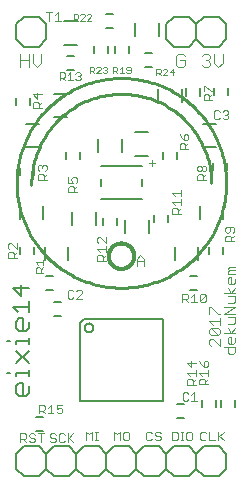
<source format=gto>
G75*
%MOIN*%
%OFA0B0*%
%FSLAX25Y25*%
%IPPOS*%
%LPD*%
%AMOC8*
5,1,8,0,0,1.08239X$1,22.5*
%
%ADD10C,0.00300*%
%ADD11C,0.00400*%
%ADD12C,0.01200*%
%ADD13C,0.00500*%
%ADD14C,0.00600*%
%ADD15C,0.01000*%
%ADD16C,0.00800*%
%ADD17C,0.00200*%
D10*
X0007450Y0015563D02*
X0007450Y0018466D01*
X0008901Y0018466D01*
X0009385Y0017982D01*
X0009385Y0017015D01*
X0008901Y0016531D01*
X0007450Y0016531D01*
X0008417Y0016531D02*
X0009385Y0015563D01*
X0010397Y0016047D02*
X0010880Y0015563D01*
X0011848Y0015563D01*
X0012331Y0016047D01*
X0012331Y0016531D01*
X0011848Y0017015D01*
X0010880Y0017015D01*
X0010397Y0017498D01*
X0010397Y0017982D01*
X0010880Y0018466D01*
X0011848Y0018466D01*
X0012331Y0017982D01*
X0013343Y0018466D02*
X0015278Y0018466D01*
X0014311Y0018466D02*
X0014311Y0015563D01*
X0017350Y0016047D02*
X0017834Y0015563D01*
X0018801Y0015563D01*
X0019285Y0016047D01*
X0019285Y0016531D01*
X0018801Y0017015D01*
X0017834Y0017015D01*
X0017350Y0017498D01*
X0017350Y0017982D01*
X0017834Y0018466D01*
X0018801Y0018466D01*
X0019285Y0017982D01*
X0020297Y0017982D02*
X0020297Y0016047D01*
X0020780Y0015563D01*
X0021748Y0015563D01*
X0022231Y0016047D01*
X0023243Y0015563D02*
X0023243Y0018466D01*
X0023727Y0017015D02*
X0025178Y0015563D01*
X0023243Y0016531D02*
X0025178Y0018466D01*
X0022231Y0017982D02*
X0021748Y0018466D01*
X0020780Y0018466D01*
X0020297Y0017982D01*
X0020027Y0025113D02*
X0019543Y0025597D01*
X0020027Y0025113D02*
X0020994Y0025113D01*
X0021478Y0025597D01*
X0021478Y0026565D01*
X0020994Y0027048D01*
X0020511Y0027048D01*
X0019543Y0026565D01*
X0019543Y0028016D01*
X0021478Y0028016D01*
X0018531Y0025113D02*
X0016597Y0025113D01*
X0017564Y0025113D02*
X0017564Y0028016D01*
X0016597Y0027048D01*
X0015585Y0026565D02*
X0015101Y0026081D01*
X0013650Y0026081D01*
X0014617Y0026081D02*
X0015585Y0025113D01*
X0015585Y0026565D02*
X0015585Y0027532D01*
X0015101Y0028016D01*
X0013650Y0028016D01*
X0013650Y0025113D01*
X0029350Y0019066D02*
X0029350Y0016163D01*
X0030317Y0018098D02*
X0029350Y0019066D01*
X0030317Y0018098D02*
X0031285Y0019066D01*
X0031285Y0016163D01*
X0032297Y0016163D02*
X0033264Y0016163D01*
X0032780Y0016163D02*
X0032780Y0019066D01*
X0032297Y0019066D02*
X0033264Y0019066D01*
X0038850Y0019066D02*
X0038850Y0016163D01*
X0039817Y0018098D02*
X0038850Y0019066D01*
X0039817Y0018098D02*
X0040785Y0019066D01*
X0040785Y0016163D01*
X0041797Y0016647D02*
X0041797Y0018582D01*
X0042280Y0019066D01*
X0043248Y0019066D01*
X0043731Y0018582D01*
X0043731Y0016647D01*
X0043248Y0016163D01*
X0042280Y0016163D01*
X0041797Y0016647D01*
X0049350Y0016647D02*
X0049834Y0016163D01*
X0050801Y0016163D01*
X0051285Y0016647D01*
X0051285Y0018582D02*
X0050801Y0019066D01*
X0049834Y0019066D01*
X0049350Y0018582D01*
X0049350Y0016647D01*
X0052297Y0016647D02*
X0052780Y0016163D01*
X0053748Y0016163D01*
X0054231Y0016647D01*
X0054231Y0017131D01*
X0053748Y0017615D01*
X0052780Y0017615D01*
X0052297Y0018098D01*
X0052297Y0018582D01*
X0052780Y0019066D01*
X0053748Y0019066D01*
X0054231Y0018582D01*
X0057950Y0019066D02*
X0057950Y0016163D01*
X0059401Y0016163D01*
X0059885Y0016647D01*
X0059885Y0018582D01*
X0059401Y0019066D01*
X0057950Y0019066D01*
X0060897Y0019066D02*
X0061864Y0019066D01*
X0061380Y0019066D02*
X0061380Y0016163D01*
X0060897Y0016163D02*
X0061864Y0016163D01*
X0062861Y0016647D02*
X0062861Y0018582D01*
X0063345Y0019066D01*
X0064312Y0019066D01*
X0064796Y0018582D01*
X0064796Y0016647D01*
X0064312Y0016163D01*
X0063345Y0016163D01*
X0062861Y0016647D01*
X0067450Y0016647D02*
X0067934Y0016163D01*
X0068901Y0016163D01*
X0069385Y0016647D01*
X0070397Y0016163D02*
X0070397Y0019066D01*
X0069385Y0018582D02*
X0068901Y0019066D01*
X0067934Y0019066D01*
X0067450Y0018582D01*
X0067450Y0016647D01*
X0070397Y0016163D02*
X0072331Y0016163D01*
X0073343Y0016163D02*
X0073343Y0019066D01*
X0073827Y0017615D02*
X0075278Y0016163D01*
X0073343Y0017131D02*
X0075278Y0019066D01*
X0066431Y0029313D02*
X0064497Y0029313D01*
X0063485Y0029797D02*
X0063001Y0029313D01*
X0062034Y0029313D01*
X0061550Y0029797D01*
X0061550Y0031732D01*
X0062034Y0032216D01*
X0063001Y0032216D01*
X0063485Y0031732D01*
X0064497Y0031248D02*
X0065464Y0032216D01*
X0065464Y0029313D01*
X0065900Y0034663D02*
X0062998Y0034663D01*
X0062998Y0036115D01*
X0063481Y0036598D01*
X0064449Y0036598D01*
X0064933Y0036115D01*
X0064933Y0034663D01*
X0064933Y0035631D02*
X0065900Y0036598D01*
X0065900Y0037610D02*
X0065900Y0039545D01*
X0065900Y0038577D02*
X0062998Y0038577D01*
X0063965Y0037610D01*
X0064449Y0040556D02*
X0064449Y0042491D01*
X0065900Y0042008D02*
X0062998Y0042008D01*
X0064449Y0040556D01*
X0067198Y0038677D02*
X0070100Y0038677D01*
X0070100Y0037710D02*
X0070100Y0039645D01*
X0069616Y0040656D02*
X0070100Y0041140D01*
X0070100Y0042108D01*
X0069616Y0042591D01*
X0069133Y0042591D01*
X0068649Y0042108D01*
X0068649Y0040656D01*
X0069616Y0040656D01*
X0068649Y0040656D02*
X0067681Y0041624D01*
X0067198Y0042591D01*
X0067198Y0038677D02*
X0068165Y0037710D01*
X0067681Y0036698D02*
X0068649Y0036698D01*
X0069133Y0036215D01*
X0069133Y0034763D01*
X0070100Y0034763D02*
X0067198Y0034763D01*
X0067198Y0036215D01*
X0067681Y0036698D01*
X0069133Y0035731D02*
X0070100Y0036698D01*
X0071031Y0047667D02*
X0070447Y0048251D01*
X0070447Y0049419D01*
X0071031Y0050003D01*
X0071615Y0050003D01*
X0073950Y0047667D01*
X0073950Y0050003D01*
X0073366Y0051166D02*
X0071031Y0053502D01*
X0073366Y0053502D01*
X0073950Y0052918D01*
X0073950Y0051750D01*
X0073366Y0051166D01*
X0071031Y0051166D01*
X0070447Y0051750D01*
X0070447Y0052918D01*
X0071031Y0053502D01*
X0071615Y0054665D02*
X0070447Y0055833D01*
X0073950Y0055833D01*
X0073950Y0054665D02*
X0073950Y0057001D01*
X0073950Y0058164D02*
X0073366Y0058164D01*
X0071031Y0060500D01*
X0070447Y0060500D01*
X0070447Y0058164D01*
X0068771Y0062121D02*
X0067803Y0062121D01*
X0067319Y0062605D01*
X0069254Y0064540D01*
X0069254Y0062605D01*
X0068771Y0062121D01*
X0069254Y0064540D02*
X0068771Y0065024D01*
X0067803Y0065024D01*
X0067319Y0064540D01*
X0067319Y0062605D01*
X0066308Y0062121D02*
X0064373Y0062121D01*
X0065340Y0062121D02*
X0065340Y0065024D01*
X0064373Y0064056D01*
X0063361Y0063572D02*
X0062878Y0063089D01*
X0061426Y0063089D01*
X0061426Y0062121D02*
X0061426Y0065024D01*
X0062878Y0065024D01*
X0063361Y0064540D01*
X0063361Y0063572D01*
X0062394Y0063089D02*
X0063361Y0062121D01*
X0075447Y0060587D02*
X0078950Y0060587D01*
X0075447Y0058252D01*
X0078950Y0058252D01*
X0078950Y0057088D02*
X0076615Y0057088D01*
X0076615Y0054753D02*
X0078366Y0054753D01*
X0078950Y0055336D01*
X0078950Y0057088D01*
X0078950Y0053588D02*
X0077782Y0051837D01*
X0076615Y0053588D01*
X0075447Y0051837D02*
X0078950Y0051837D01*
X0078950Y0050089D02*
X0078950Y0048922D01*
X0078366Y0048338D01*
X0077199Y0048338D01*
X0076615Y0048922D01*
X0076615Y0050089D01*
X0077199Y0050673D01*
X0077782Y0050673D01*
X0077782Y0048338D01*
X0076615Y0047174D02*
X0076615Y0045423D01*
X0077199Y0044839D01*
X0078366Y0044839D01*
X0078950Y0045423D01*
X0078950Y0047174D01*
X0075447Y0047174D01*
X0076615Y0061751D02*
X0078366Y0061751D01*
X0078950Y0062334D01*
X0078950Y0064086D01*
X0076615Y0064086D01*
X0077782Y0065250D02*
X0076615Y0067001D01*
X0077199Y0068165D02*
X0076615Y0068749D01*
X0076615Y0069917D01*
X0077199Y0070501D01*
X0077782Y0070501D01*
X0077782Y0068165D01*
X0077199Y0068165D02*
X0078366Y0068165D01*
X0078950Y0068749D01*
X0078950Y0069917D01*
X0078950Y0071664D02*
X0076615Y0071664D01*
X0076615Y0072248D01*
X0077199Y0072832D01*
X0076615Y0073416D01*
X0077199Y0074000D01*
X0078950Y0074000D01*
X0078950Y0072832D02*
X0077199Y0072832D01*
X0078950Y0067001D02*
X0077782Y0065250D01*
X0078950Y0065250D02*
X0075447Y0065250D01*
X0075864Y0082467D02*
X0075864Y0083918D01*
X0076347Y0084402D01*
X0077315Y0084402D01*
X0077799Y0083918D01*
X0077799Y0082467D01*
X0077799Y0083434D02*
X0078766Y0084402D01*
X0078282Y0085413D02*
X0078766Y0085897D01*
X0078766Y0086864D01*
X0078282Y0087348D01*
X0076347Y0087348D01*
X0075864Y0086864D01*
X0075864Y0085897D01*
X0076347Y0085413D01*
X0076831Y0085413D01*
X0077315Y0085897D01*
X0077315Y0087348D01*
X0078766Y0082467D02*
X0075864Y0082467D01*
X0069366Y0102826D02*
X0066464Y0102826D01*
X0066464Y0104277D01*
X0066947Y0104761D01*
X0067915Y0104761D01*
X0068399Y0104277D01*
X0068399Y0102826D01*
X0068399Y0103793D02*
X0069366Y0104761D01*
X0068882Y0105772D02*
X0068399Y0105772D01*
X0067915Y0106256D01*
X0067915Y0107223D01*
X0068399Y0107707D01*
X0068882Y0107707D01*
X0069366Y0107223D01*
X0069366Y0106256D01*
X0068882Y0105772D01*
X0067915Y0106256D02*
X0067431Y0105772D01*
X0066947Y0105772D01*
X0066464Y0106256D01*
X0066464Y0107223D01*
X0066947Y0107707D01*
X0067431Y0107707D01*
X0067915Y0107223D01*
X0063482Y0113284D02*
X0060579Y0113284D01*
X0060579Y0114735D01*
X0061063Y0115219D01*
X0062031Y0115219D01*
X0062514Y0114735D01*
X0062514Y0113284D01*
X0062514Y0114251D02*
X0063482Y0115219D01*
X0062998Y0116230D02*
X0063482Y0116714D01*
X0063482Y0117681D01*
X0062998Y0118165D01*
X0062514Y0118165D01*
X0062031Y0117681D01*
X0062031Y0116230D01*
X0062998Y0116230D01*
X0062031Y0116230D02*
X0061063Y0117198D01*
X0060579Y0118165D01*
X0068556Y0129526D02*
X0068556Y0130977D01*
X0069040Y0131461D01*
X0070007Y0131461D01*
X0070491Y0130977D01*
X0070491Y0129526D01*
X0071458Y0129526D02*
X0068556Y0129526D01*
X0068556Y0132473D02*
X0068556Y0134408D01*
X0069040Y0134408D01*
X0070975Y0132473D01*
X0071458Y0132473D01*
X0071458Y0131461D02*
X0070491Y0130494D01*
X0072434Y0126116D02*
X0071950Y0125632D01*
X0071950Y0123697D01*
X0072434Y0123213D01*
X0073401Y0123213D01*
X0073885Y0123697D01*
X0074897Y0123697D02*
X0075380Y0123213D01*
X0076348Y0123213D01*
X0076831Y0123697D01*
X0076831Y0124181D01*
X0076348Y0124665D01*
X0075864Y0124665D01*
X0076348Y0124665D02*
X0076831Y0125148D01*
X0076831Y0125632D01*
X0076348Y0126116D01*
X0075380Y0126116D01*
X0074897Y0125632D01*
X0073885Y0125632D02*
X0073401Y0126116D01*
X0072434Y0126116D01*
X0060900Y0099491D02*
X0060900Y0097556D01*
X0060900Y0098524D02*
X0057998Y0098524D01*
X0058965Y0097556D01*
X0057998Y0095577D02*
X0060900Y0095577D01*
X0060900Y0094610D02*
X0060900Y0096545D01*
X0058965Y0094610D02*
X0057998Y0095577D01*
X0058481Y0093598D02*
X0059449Y0093598D01*
X0059933Y0093115D01*
X0059933Y0091663D01*
X0060900Y0091663D02*
X0057998Y0091663D01*
X0057998Y0093115D01*
X0058481Y0093598D01*
X0059933Y0092631D02*
X0060900Y0093598D01*
X0052385Y0108615D02*
X0050450Y0108615D01*
X0051417Y0109582D02*
X0051417Y0107647D01*
X0047501Y0077867D02*
X0048736Y0076632D01*
X0048736Y0074163D01*
X0048736Y0076015D02*
X0046267Y0076015D01*
X0046267Y0076632D02*
X0047501Y0077867D01*
X0046267Y0076632D02*
X0046267Y0074163D01*
X0035900Y0076063D02*
X0032998Y0076063D01*
X0032998Y0077515D01*
X0033481Y0077998D01*
X0034449Y0077998D01*
X0034933Y0077515D01*
X0034933Y0076063D01*
X0034933Y0077031D02*
X0035900Y0077998D01*
X0035900Y0079010D02*
X0035900Y0080945D01*
X0035900Y0079977D02*
X0032998Y0079977D01*
X0033965Y0079010D01*
X0033481Y0081956D02*
X0032998Y0082440D01*
X0032998Y0083408D01*
X0033481Y0083891D01*
X0033965Y0083891D01*
X0035900Y0081956D01*
X0035900Y0083891D01*
X0027648Y0066316D02*
X0026680Y0066316D01*
X0026197Y0065832D01*
X0025185Y0065832D02*
X0024701Y0066316D01*
X0023734Y0066316D01*
X0023250Y0065832D01*
X0023250Y0063897D01*
X0023734Y0063413D01*
X0024701Y0063413D01*
X0025185Y0063897D01*
X0026197Y0063413D02*
X0028131Y0065348D01*
X0028131Y0065832D01*
X0027648Y0066316D01*
X0028131Y0063413D02*
X0026197Y0063413D01*
X0026378Y0098884D02*
X0023475Y0098884D01*
X0023475Y0100335D01*
X0023959Y0100819D01*
X0024927Y0100819D01*
X0025410Y0100335D01*
X0025410Y0098884D01*
X0025410Y0099851D02*
X0026378Y0100819D01*
X0025894Y0101830D02*
X0026378Y0102314D01*
X0026378Y0103281D01*
X0025894Y0103765D01*
X0024927Y0103765D01*
X0024443Y0103281D01*
X0024443Y0102798D01*
X0024927Y0101830D01*
X0023475Y0101830D01*
X0023475Y0103765D01*
X0016274Y0103026D02*
X0013372Y0103026D01*
X0013372Y0104477D01*
X0013855Y0104961D01*
X0014823Y0104961D01*
X0015307Y0104477D01*
X0015307Y0103026D01*
X0015307Y0103993D02*
X0016274Y0104961D01*
X0015790Y0105972D02*
X0016274Y0106456D01*
X0016274Y0107423D01*
X0015790Y0107907D01*
X0015307Y0107907D01*
X0014823Y0107423D01*
X0014823Y0106940D01*
X0014823Y0107423D02*
X0014339Y0107907D01*
X0013855Y0107907D01*
X0013372Y0107423D01*
X0013372Y0106456D01*
X0013855Y0105972D01*
X0013591Y0127067D02*
X0013591Y0128519D01*
X0013107Y0129002D01*
X0012140Y0129002D01*
X0011656Y0128519D01*
X0011656Y0127067D01*
X0014558Y0127067D01*
X0013591Y0128035D02*
X0014558Y0129002D01*
X0013107Y0130014D02*
X0013107Y0131949D01*
X0011656Y0131465D02*
X0013107Y0130014D01*
X0014558Y0131465D02*
X0011656Y0131465D01*
X0017140Y0155981D02*
X0017140Y0158884D01*
X0016173Y0158884D02*
X0018108Y0158884D01*
X0019119Y0157916D02*
X0020087Y0158884D01*
X0020087Y0155981D01*
X0021054Y0155981D02*
X0019119Y0155981D01*
X0006274Y0081848D02*
X0006274Y0079913D01*
X0004339Y0081848D01*
X0003855Y0081848D01*
X0003372Y0081364D01*
X0003372Y0080397D01*
X0003855Y0079913D01*
X0003855Y0078902D02*
X0004823Y0078902D01*
X0005307Y0078418D01*
X0005307Y0076967D01*
X0005307Y0077934D02*
X0006274Y0078902D01*
X0006274Y0076967D02*
X0003372Y0076967D01*
X0003372Y0078418D01*
X0003855Y0078902D01*
D11*
X0007500Y0140713D02*
X0007500Y0144817D01*
X0007500Y0142765D02*
X0010236Y0142765D01*
X0010236Y0144817D02*
X0010236Y0140713D01*
X0011644Y0142081D02*
X0011644Y0144817D01*
X0011644Y0142081D02*
X0013011Y0140713D01*
X0014379Y0142081D01*
X0014379Y0144817D01*
X0059500Y0144133D02*
X0059500Y0141397D01*
X0060184Y0140713D01*
X0061552Y0140713D01*
X0062236Y0141397D01*
X0062236Y0142765D01*
X0060868Y0142765D01*
X0062236Y0144133D02*
X0061552Y0144817D01*
X0060184Y0144817D01*
X0059500Y0144133D01*
X0068000Y0144133D02*
X0068684Y0144817D01*
X0070052Y0144817D01*
X0070736Y0144133D01*
X0070736Y0143449D01*
X0070052Y0142765D01*
X0070736Y0142081D01*
X0070736Y0141397D01*
X0070052Y0140713D01*
X0068684Y0140713D01*
X0068000Y0141397D01*
X0069368Y0142765D02*
X0070052Y0142765D01*
X0072144Y0142081D02*
X0073511Y0140713D01*
X0074879Y0142081D01*
X0074879Y0144817D01*
X0072144Y0144817D02*
X0072144Y0142081D01*
D12*
X0036957Y0077513D02*
X0036959Y0077643D01*
X0036965Y0077773D01*
X0036975Y0077903D01*
X0036989Y0078032D01*
X0037007Y0078161D01*
X0037029Y0078289D01*
X0037054Y0078416D01*
X0037084Y0078543D01*
X0037117Y0078669D01*
X0037155Y0078793D01*
X0037196Y0078917D01*
X0037241Y0079039D01*
X0037289Y0079159D01*
X0037342Y0079278D01*
X0037398Y0079396D01*
X0037457Y0079511D01*
X0037520Y0079625D01*
X0037587Y0079737D01*
X0037656Y0079847D01*
X0037730Y0079954D01*
X0037806Y0080059D01*
X0037886Y0080162D01*
X0037968Y0080262D01*
X0038054Y0080360D01*
X0038143Y0080455D01*
X0038234Y0080548D01*
X0038329Y0080637D01*
X0038426Y0080724D01*
X0038526Y0080807D01*
X0038628Y0080887D01*
X0038732Y0080965D01*
X0038839Y0081039D01*
X0038948Y0081109D01*
X0039060Y0081177D01*
X0039173Y0081241D01*
X0039288Y0081301D01*
X0039405Y0081358D01*
X0039524Y0081411D01*
X0039644Y0081460D01*
X0039766Y0081506D01*
X0039889Y0081548D01*
X0040013Y0081587D01*
X0040139Y0081621D01*
X0040265Y0081652D01*
X0040392Y0081678D01*
X0040520Y0081701D01*
X0040649Y0081720D01*
X0040778Y0081735D01*
X0040908Y0081746D01*
X0041037Y0081753D01*
X0041167Y0081756D01*
X0041298Y0081755D01*
X0041427Y0081750D01*
X0041557Y0081741D01*
X0041687Y0081728D01*
X0041816Y0081711D01*
X0041944Y0081690D01*
X0042072Y0081666D01*
X0042198Y0081637D01*
X0042324Y0081604D01*
X0042449Y0081568D01*
X0042573Y0081528D01*
X0042695Y0081484D01*
X0042816Y0081436D01*
X0042936Y0081385D01*
X0043054Y0081330D01*
X0043170Y0081271D01*
X0043284Y0081209D01*
X0043396Y0081143D01*
X0043506Y0081074D01*
X0043614Y0081002D01*
X0043720Y0080926D01*
X0043824Y0080848D01*
X0043925Y0080766D01*
X0044023Y0080681D01*
X0044119Y0080593D01*
X0044212Y0080502D01*
X0044302Y0080408D01*
X0044389Y0080312D01*
X0044473Y0080213D01*
X0044555Y0080111D01*
X0044633Y0080007D01*
X0044707Y0079901D01*
X0044779Y0079792D01*
X0044847Y0079681D01*
X0044912Y0079568D01*
X0044973Y0079454D01*
X0045031Y0079337D01*
X0045085Y0079219D01*
X0045135Y0079099D01*
X0045182Y0078978D01*
X0045225Y0078855D01*
X0045264Y0078731D01*
X0045300Y0078606D01*
X0045331Y0078480D01*
X0045359Y0078353D01*
X0045383Y0078225D01*
X0045403Y0078096D01*
X0045419Y0077967D01*
X0045431Y0077838D01*
X0045439Y0077708D01*
X0045443Y0077578D01*
X0045443Y0077448D01*
X0045439Y0077318D01*
X0045431Y0077188D01*
X0045419Y0077059D01*
X0045403Y0076930D01*
X0045383Y0076801D01*
X0045359Y0076673D01*
X0045331Y0076546D01*
X0045300Y0076420D01*
X0045264Y0076295D01*
X0045225Y0076171D01*
X0045182Y0076048D01*
X0045135Y0075927D01*
X0045085Y0075807D01*
X0045031Y0075689D01*
X0044973Y0075572D01*
X0044912Y0075458D01*
X0044847Y0075345D01*
X0044779Y0075234D01*
X0044707Y0075125D01*
X0044633Y0075019D01*
X0044555Y0074915D01*
X0044473Y0074813D01*
X0044389Y0074714D01*
X0044302Y0074618D01*
X0044212Y0074524D01*
X0044119Y0074433D01*
X0044023Y0074345D01*
X0043925Y0074260D01*
X0043824Y0074178D01*
X0043720Y0074100D01*
X0043614Y0074024D01*
X0043506Y0073952D01*
X0043396Y0073883D01*
X0043284Y0073817D01*
X0043170Y0073755D01*
X0043054Y0073696D01*
X0042936Y0073641D01*
X0042816Y0073590D01*
X0042695Y0073542D01*
X0042573Y0073498D01*
X0042449Y0073458D01*
X0042324Y0073422D01*
X0042198Y0073389D01*
X0042072Y0073360D01*
X0041944Y0073336D01*
X0041816Y0073315D01*
X0041687Y0073298D01*
X0041557Y0073285D01*
X0041427Y0073276D01*
X0041298Y0073271D01*
X0041167Y0073270D01*
X0041037Y0073273D01*
X0040908Y0073280D01*
X0040778Y0073291D01*
X0040649Y0073306D01*
X0040520Y0073325D01*
X0040392Y0073348D01*
X0040265Y0073374D01*
X0040139Y0073405D01*
X0040013Y0073439D01*
X0039889Y0073478D01*
X0039766Y0073520D01*
X0039644Y0073566D01*
X0039524Y0073615D01*
X0039405Y0073668D01*
X0039288Y0073725D01*
X0039173Y0073785D01*
X0039060Y0073849D01*
X0038948Y0073917D01*
X0038839Y0073987D01*
X0038732Y0074061D01*
X0038628Y0074139D01*
X0038526Y0074219D01*
X0038426Y0074302D01*
X0038329Y0074389D01*
X0038234Y0074478D01*
X0038143Y0074571D01*
X0038054Y0074666D01*
X0037968Y0074764D01*
X0037886Y0074864D01*
X0037806Y0074967D01*
X0037730Y0075072D01*
X0037656Y0075179D01*
X0037587Y0075289D01*
X0037520Y0075401D01*
X0037457Y0075515D01*
X0037398Y0075630D01*
X0037342Y0075748D01*
X0037289Y0075867D01*
X0037241Y0075987D01*
X0037196Y0076109D01*
X0037155Y0076233D01*
X0037117Y0076357D01*
X0037084Y0076483D01*
X0037054Y0076610D01*
X0037029Y0076737D01*
X0037007Y0076865D01*
X0036989Y0076994D01*
X0036975Y0077123D01*
X0036965Y0077253D01*
X0036959Y0077383D01*
X0036957Y0077513D01*
D13*
X0034280Y0096427D02*
X0048060Y0096427D01*
X0048060Y0100757D02*
X0048060Y0103120D01*
X0048060Y0107450D02*
X0034280Y0107450D01*
X0034280Y0103120D02*
X0034280Y0100757D01*
X0010450Y0067040D02*
X0004945Y0067040D01*
X0007698Y0064288D01*
X0007698Y0067958D01*
X0010450Y0062433D02*
X0010450Y0058763D01*
X0010450Y0060598D02*
X0004945Y0060598D01*
X0006780Y0058763D01*
D14*
X0006170Y0011600D02*
X0006170Y0006600D01*
X0008670Y0004100D01*
X0013670Y0004100D01*
X0016170Y0006600D01*
X0018670Y0004100D01*
X0023670Y0004100D01*
X0026170Y0006600D01*
X0026170Y0011600D01*
X0023670Y0014100D01*
X0018670Y0014100D01*
X0016170Y0011600D01*
X0016170Y0006600D01*
X0016170Y0011600D02*
X0013670Y0014100D01*
X0008670Y0014100D01*
X0006170Y0011600D01*
X0012619Y0019151D02*
X0014981Y0019151D01*
X0014981Y0023876D02*
X0012619Y0023876D01*
X0009332Y0031013D02*
X0007197Y0031013D01*
X0006130Y0032081D01*
X0006130Y0034216D01*
X0007197Y0035284D01*
X0008265Y0035284D01*
X0008265Y0031013D01*
X0009332Y0031013D02*
X0010400Y0032081D01*
X0010400Y0034216D01*
X0010400Y0037459D02*
X0010400Y0039594D01*
X0010400Y0038526D02*
X0006130Y0038526D01*
X0006130Y0037459D01*
X0006130Y0041756D02*
X0010400Y0046026D01*
X0010400Y0048201D02*
X0010400Y0050337D01*
X0010400Y0049269D02*
X0006130Y0049269D01*
X0006130Y0048201D01*
X0006130Y0046026D02*
X0010400Y0041756D01*
X0009332Y0052498D02*
X0007197Y0052498D01*
X0006130Y0053566D01*
X0006130Y0055701D01*
X0007197Y0056769D01*
X0008265Y0056769D01*
X0008265Y0052498D01*
X0009332Y0052498D02*
X0010400Y0053566D01*
X0010400Y0055701D01*
X0015902Y0066159D02*
X0018265Y0066159D01*
X0018619Y0062376D02*
X0020981Y0062376D01*
X0020981Y0057651D02*
X0018619Y0057651D01*
X0018265Y0070883D02*
X0015902Y0070883D01*
X0012036Y0078135D02*
X0012036Y0080498D01*
X0007312Y0080498D02*
X0007312Y0078135D01*
X0007312Y0104694D02*
X0007312Y0107057D01*
X0012036Y0107057D02*
X0012036Y0104694D01*
X0022560Y0109919D02*
X0022560Y0112281D01*
X0027284Y0112281D02*
X0027284Y0109919D01*
X0034938Y0090194D02*
X0034938Y0087832D01*
X0039662Y0087832D02*
X0039662Y0090194D01*
X0051938Y0091194D02*
X0051938Y0088832D01*
X0056662Y0088832D02*
X0056662Y0091194D01*
X0055056Y0109919D02*
X0055056Y0112281D01*
X0059780Y0112281D02*
X0059780Y0109919D01*
X0062580Y0131076D02*
X0062580Y0133439D01*
X0067304Y0133439D02*
X0067304Y0131076D01*
X0071938Y0131332D02*
X0071938Y0133694D01*
X0076662Y0133694D02*
X0076662Y0131332D01*
X0073670Y0147407D02*
X0068670Y0147407D01*
X0066170Y0149907D01*
X0063670Y0147407D01*
X0058670Y0147407D01*
X0056170Y0149907D01*
X0056170Y0154907D01*
X0058670Y0157407D01*
X0063670Y0157407D01*
X0066170Y0154907D01*
X0068670Y0157407D01*
X0073670Y0157407D01*
X0076170Y0154907D01*
X0076170Y0149907D01*
X0073670Y0147407D01*
X0066170Y0149907D02*
X0066170Y0154907D01*
X0051481Y0145376D02*
X0049119Y0145376D01*
X0049119Y0140651D02*
X0051481Y0140651D01*
X0043662Y0145332D02*
X0043662Y0147694D01*
X0038938Y0147694D02*
X0038938Y0145332D01*
X0036662Y0145332D02*
X0036662Y0147694D01*
X0036119Y0153651D02*
X0038481Y0153651D01*
X0038481Y0158376D02*
X0036119Y0158376D01*
X0031938Y0147694D02*
X0031938Y0145332D01*
X0025481Y0144376D02*
X0023119Y0144376D01*
X0023119Y0139651D02*
X0025481Y0139651D01*
X0016170Y0149907D02*
X0013670Y0147407D01*
X0008670Y0147407D01*
X0006170Y0149907D01*
X0006170Y0154907D01*
X0008670Y0157407D01*
X0013670Y0157407D01*
X0016170Y0154907D01*
X0016170Y0149907D01*
X0010804Y0130191D02*
X0010804Y0127828D01*
X0006080Y0127828D02*
X0006080Y0130191D01*
X0028769Y0056683D02*
X0027371Y0055285D01*
X0027371Y0029084D01*
X0054969Y0029084D01*
X0054969Y0056683D01*
X0028769Y0056683D01*
X0028956Y0053683D02*
X0028958Y0053758D01*
X0028964Y0053832D01*
X0028974Y0053906D01*
X0028987Y0053979D01*
X0029005Y0054052D01*
X0029026Y0054123D01*
X0029051Y0054194D01*
X0029080Y0054263D01*
X0029113Y0054330D01*
X0029149Y0054395D01*
X0029188Y0054459D01*
X0029230Y0054520D01*
X0029276Y0054579D01*
X0029325Y0054636D01*
X0029377Y0054689D01*
X0029431Y0054740D01*
X0029488Y0054789D01*
X0029548Y0054833D01*
X0029610Y0054875D01*
X0029674Y0054914D01*
X0029740Y0054949D01*
X0029807Y0054980D01*
X0029877Y0055008D01*
X0029947Y0055032D01*
X0030019Y0055053D01*
X0030092Y0055069D01*
X0030165Y0055082D01*
X0030240Y0055091D01*
X0030314Y0055096D01*
X0030389Y0055097D01*
X0030463Y0055094D01*
X0030538Y0055087D01*
X0030611Y0055076D01*
X0030685Y0055062D01*
X0030757Y0055043D01*
X0030828Y0055021D01*
X0030898Y0054995D01*
X0030967Y0054965D01*
X0031033Y0054932D01*
X0031098Y0054895D01*
X0031161Y0054855D01*
X0031222Y0054811D01*
X0031280Y0054765D01*
X0031336Y0054715D01*
X0031389Y0054663D01*
X0031440Y0054608D01*
X0031487Y0054550D01*
X0031531Y0054490D01*
X0031572Y0054427D01*
X0031610Y0054363D01*
X0031644Y0054297D01*
X0031675Y0054228D01*
X0031702Y0054159D01*
X0031725Y0054088D01*
X0031744Y0054016D01*
X0031760Y0053943D01*
X0031772Y0053869D01*
X0031780Y0053795D01*
X0031784Y0053720D01*
X0031784Y0053646D01*
X0031780Y0053571D01*
X0031772Y0053497D01*
X0031760Y0053423D01*
X0031744Y0053350D01*
X0031725Y0053278D01*
X0031702Y0053207D01*
X0031675Y0053138D01*
X0031644Y0053069D01*
X0031610Y0053003D01*
X0031572Y0052939D01*
X0031531Y0052876D01*
X0031487Y0052816D01*
X0031440Y0052758D01*
X0031389Y0052703D01*
X0031336Y0052651D01*
X0031280Y0052601D01*
X0031222Y0052555D01*
X0031161Y0052511D01*
X0031098Y0052471D01*
X0031033Y0052434D01*
X0030967Y0052401D01*
X0030898Y0052371D01*
X0030828Y0052345D01*
X0030757Y0052323D01*
X0030685Y0052304D01*
X0030611Y0052290D01*
X0030538Y0052279D01*
X0030463Y0052272D01*
X0030389Y0052269D01*
X0030314Y0052270D01*
X0030240Y0052275D01*
X0030165Y0052284D01*
X0030092Y0052297D01*
X0030019Y0052313D01*
X0029947Y0052334D01*
X0029877Y0052358D01*
X0029807Y0052386D01*
X0029740Y0052417D01*
X0029674Y0052452D01*
X0029610Y0052491D01*
X0029548Y0052533D01*
X0029488Y0052577D01*
X0029431Y0052626D01*
X0029377Y0052677D01*
X0029325Y0052730D01*
X0029276Y0052787D01*
X0029230Y0052846D01*
X0029188Y0052907D01*
X0029149Y0052971D01*
X0029113Y0053036D01*
X0029080Y0053103D01*
X0029051Y0053172D01*
X0029026Y0053243D01*
X0029005Y0053314D01*
X0028987Y0053387D01*
X0028974Y0053460D01*
X0028964Y0053534D01*
X0028958Y0053608D01*
X0028956Y0053683D01*
X0028670Y0014100D02*
X0033670Y0014100D01*
X0036170Y0011600D01*
X0038670Y0014100D01*
X0043670Y0014100D01*
X0046170Y0011600D01*
X0048670Y0014100D01*
X0053670Y0014100D01*
X0056170Y0011600D01*
X0056170Y0006600D01*
X0053670Y0004100D01*
X0048670Y0004100D01*
X0046170Y0006600D01*
X0043670Y0004100D01*
X0038670Y0004100D01*
X0036170Y0006600D01*
X0033670Y0004100D01*
X0028670Y0004100D01*
X0026170Y0006600D01*
X0026170Y0011600D02*
X0028670Y0014100D01*
X0036170Y0011600D02*
X0036170Y0006600D01*
X0046170Y0006600D02*
X0046170Y0011600D01*
X0056170Y0011600D02*
X0058670Y0014100D01*
X0063670Y0014100D01*
X0066170Y0011600D01*
X0068670Y0014100D01*
X0073670Y0014100D01*
X0076170Y0011600D01*
X0076170Y0006600D01*
X0073670Y0004100D01*
X0068670Y0004100D01*
X0066170Y0006600D01*
X0063670Y0004100D01*
X0058670Y0004100D01*
X0056170Y0006600D01*
X0059619Y0023651D02*
X0061981Y0023651D01*
X0061981Y0028376D02*
X0059619Y0028376D01*
X0066170Y0011600D02*
X0066170Y0006600D01*
X0067938Y0027332D02*
X0067938Y0029694D01*
X0072662Y0029694D02*
X0072662Y0027332D01*
X0074438Y0027332D02*
X0074438Y0029694D01*
X0079162Y0029694D02*
X0079162Y0027332D01*
X0066505Y0066143D02*
X0064143Y0066143D01*
X0064143Y0070868D02*
X0066505Y0070868D01*
X0070304Y0078135D02*
X0070304Y0080498D01*
X0075028Y0080498D02*
X0075028Y0078135D01*
X0076528Y0106194D02*
X0076528Y0108557D01*
X0071804Y0108557D02*
X0071804Y0106194D01*
X0003995Y0049269D02*
X0002927Y0049269D01*
X0002927Y0038526D02*
X0003995Y0038526D01*
D15*
X0011170Y0101313D02*
X0011171Y0102044D01*
X0011190Y0102774D01*
X0011227Y0103504D01*
X0011281Y0104233D01*
X0011354Y0104960D01*
X0011444Y0105685D01*
X0011551Y0106407D01*
X0011677Y0107127D01*
X0011819Y0107844D01*
X0011980Y0108557D01*
X0012157Y0109266D01*
X0012352Y0109970D01*
X0012563Y0110669D01*
X0012792Y0111363D01*
X0013037Y0112051D01*
X0013300Y0112733D01*
X0013578Y0113408D01*
X0013874Y0114077D01*
X0014185Y0114738D01*
X0014512Y0115391D01*
X0014855Y0116036D01*
X0015214Y0116673D01*
X0015588Y0117300D01*
X0015977Y0117919D01*
X0016381Y0118527D01*
X0016800Y0119126D01*
X0017234Y0119714D01*
X0017681Y0120292D01*
X0018143Y0120858D01*
X0018618Y0121413D01*
X0019106Y0121956D01*
X0019608Y0122488D01*
X0020122Y0123006D01*
X0020649Y0123513D01*
X0021188Y0124006D01*
X0021739Y0124486D01*
X0022302Y0124952D01*
X0022875Y0125405D01*
X0023460Y0125843D01*
X0024055Y0126267D01*
X0024660Y0126677D01*
X0025275Y0127071D01*
X0025899Y0127451D01*
X0026532Y0127815D01*
X0027175Y0128164D01*
X0027825Y0128497D01*
X0028483Y0128814D01*
X0029149Y0129114D01*
X0029822Y0129399D01*
X0030502Y0129667D01*
X0031188Y0129919D01*
X0031880Y0130153D01*
X0032577Y0130371D01*
X0033279Y0130572D01*
X0033987Y0130755D01*
X0034698Y0130922D01*
X0035413Y0131071D01*
X0036132Y0131202D01*
X0036854Y0131316D01*
X0037578Y0131412D01*
X0038304Y0131491D01*
X0039033Y0131552D01*
X0039762Y0131595D01*
X0040492Y0131620D01*
X0041223Y0131628D01*
X0041953Y0131618D01*
X0042683Y0131590D01*
X0043413Y0131544D01*
X0044140Y0131481D01*
X0044867Y0131399D01*
X0045590Y0131301D01*
X0046312Y0131184D01*
X0047030Y0131050D01*
X0047745Y0130899D01*
X0048456Y0130730D01*
X0049162Y0130544D01*
X0049864Y0130341D01*
X0050561Y0130120D01*
X0051252Y0129883D01*
X0051937Y0129629D01*
X0052616Y0129359D01*
X0053288Y0129072D01*
X0053952Y0128769D01*
X0054609Y0128450D01*
X0055259Y0128114D01*
X0055899Y0127763D01*
X0056532Y0127397D01*
X0057155Y0127015D01*
X0057768Y0126618D01*
X0058372Y0126207D01*
X0058965Y0125781D01*
X0059548Y0125340D01*
X0060120Y0124886D01*
X0060681Y0124417D01*
X0061230Y0123935D01*
X0061767Y0123440D01*
X0062293Y0122932D01*
X0062805Y0122412D01*
X0063305Y0121879D01*
X0063791Y0121334D01*
X0064265Y0120777D01*
X0064724Y0120209D01*
X0065170Y0119630D01*
X0065601Y0119040D01*
X0066018Y0118440D01*
X0066420Y0117830D01*
X0066807Y0117210D01*
X0067179Y0116581D01*
X0067535Y0115944D01*
X0067876Y0115297D01*
X0068201Y0114643D01*
X0068510Y0113981D01*
X0068803Y0113311D01*
X0069079Y0112635D01*
X0069339Y0111952D01*
X0069582Y0111263D01*
X0069808Y0110568D01*
X0070018Y0109868D01*
X0070210Y0109163D01*
X0070385Y0108454D01*
X0070542Y0107741D01*
X0070682Y0107024D01*
X0070805Y0106303D01*
X0070910Y0105580D01*
X0070998Y0104855D01*
X0071068Y0104128D01*
X0071120Y0103399D01*
X0071154Y0102669D01*
X0071170Y0101939D01*
X0006231Y0101939D02*
X0006242Y0102796D01*
X0006273Y0103653D01*
X0006326Y0104509D01*
X0006399Y0105364D01*
X0006494Y0106216D01*
X0006609Y0107066D01*
X0006745Y0107912D01*
X0006902Y0108755D01*
X0007080Y0109594D01*
X0007278Y0110428D01*
X0007497Y0111258D01*
X0007735Y0112081D01*
X0007994Y0112899D01*
X0008273Y0113710D01*
X0008572Y0114513D01*
X0008891Y0115310D01*
X0009228Y0116098D01*
X0009586Y0116877D01*
X0009962Y0117648D01*
X0010357Y0118409D01*
X0010770Y0119160D01*
X0011202Y0119901D01*
X0011652Y0120631D01*
X0012119Y0121350D01*
X0012604Y0122057D01*
X0013107Y0122752D01*
X0013626Y0123435D01*
X0014162Y0124104D01*
X0014714Y0124760D01*
X0015282Y0125403D01*
X0015866Y0126031D01*
X0016464Y0126645D01*
X0017078Y0127243D01*
X0017706Y0127827D01*
X0018349Y0128395D01*
X0019005Y0128947D01*
X0019674Y0129483D01*
X0020357Y0130002D01*
X0021052Y0130505D01*
X0021759Y0130990D01*
X0022478Y0131457D01*
X0023208Y0131907D01*
X0023949Y0132339D01*
X0024700Y0132752D01*
X0025461Y0133147D01*
X0026232Y0133523D01*
X0027011Y0133881D01*
X0027799Y0134218D01*
X0028596Y0134537D01*
X0029399Y0134836D01*
X0030210Y0135115D01*
X0031028Y0135374D01*
X0031851Y0135612D01*
X0032681Y0135831D01*
X0033515Y0136029D01*
X0034354Y0136207D01*
X0035197Y0136364D01*
X0036043Y0136500D01*
X0036893Y0136615D01*
X0037745Y0136710D01*
X0038600Y0136783D01*
X0039456Y0136836D01*
X0040313Y0136867D01*
X0041170Y0136878D01*
X0042027Y0136867D01*
X0042884Y0136836D01*
X0043740Y0136783D01*
X0044595Y0136710D01*
X0045447Y0136615D01*
X0046297Y0136500D01*
X0047143Y0136364D01*
X0047986Y0136207D01*
X0048825Y0136029D01*
X0049659Y0135831D01*
X0050489Y0135612D01*
X0051312Y0135374D01*
X0052130Y0135115D01*
X0052941Y0134836D01*
X0053744Y0134537D01*
X0054541Y0134218D01*
X0055329Y0133881D01*
X0056108Y0133523D01*
X0056879Y0133147D01*
X0057640Y0132752D01*
X0058391Y0132339D01*
X0059132Y0131907D01*
X0059862Y0131457D01*
X0060581Y0130990D01*
X0061288Y0130505D01*
X0061983Y0130002D01*
X0062666Y0129483D01*
X0063335Y0128947D01*
X0063991Y0128395D01*
X0064634Y0127827D01*
X0065262Y0127243D01*
X0065876Y0126645D01*
X0066474Y0126031D01*
X0067058Y0125403D01*
X0067626Y0124760D01*
X0068178Y0124104D01*
X0068714Y0123435D01*
X0069233Y0122752D01*
X0069736Y0122057D01*
X0070221Y0121350D01*
X0070688Y0120631D01*
X0071138Y0119901D01*
X0071570Y0119160D01*
X0071983Y0118409D01*
X0072378Y0117648D01*
X0072754Y0116877D01*
X0073112Y0116098D01*
X0073449Y0115310D01*
X0073768Y0114513D01*
X0074067Y0113710D01*
X0074346Y0112899D01*
X0074605Y0112081D01*
X0074843Y0111258D01*
X0075062Y0110428D01*
X0075260Y0109594D01*
X0075438Y0108755D01*
X0075595Y0107912D01*
X0075731Y0107066D01*
X0075846Y0106216D01*
X0075941Y0105364D01*
X0076014Y0104509D01*
X0076067Y0103653D01*
X0076098Y0102796D01*
X0076109Y0101939D01*
X0076098Y0101082D01*
X0076067Y0100225D01*
X0076014Y0099369D01*
X0075941Y0098514D01*
X0075846Y0097662D01*
X0075731Y0096812D01*
X0075595Y0095966D01*
X0075438Y0095123D01*
X0075260Y0094284D01*
X0075062Y0093450D01*
X0074843Y0092620D01*
X0074605Y0091797D01*
X0074346Y0090979D01*
X0074067Y0090168D01*
X0073768Y0089365D01*
X0073449Y0088568D01*
X0073112Y0087780D01*
X0072754Y0087001D01*
X0072378Y0086230D01*
X0071983Y0085469D01*
X0071570Y0084718D01*
X0071138Y0083977D01*
X0070688Y0083247D01*
X0070221Y0082528D01*
X0069736Y0081821D01*
X0069233Y0081126D01*
X0068714Y0080443D01*
X0068178Y0079774D01*
X0067626Y0079118D01*
X0067058Y0078475D01*
X0066474Y0077847D01*
X0065876Y0077233D01*
X0065262Y0076635D01*
X0064634Y0076051D01*
X0063991Y0075483D01*
X0063335Y0074931D01*
X0062666Y0074395D01*
X0061983Y0073876D01*
X0061288Y0073373D01*
X0060581Y0072888D01*
X0059862Y0072421D01*
X0059132Y0071971D01*
X0058391Y0071539D01*
X0057640Y0071126D01*
X0056879Y0070731D01*
X0056108Y0070355D01*
X0055329Y0069997D01*
X0054541Y0069660D01*
X0053744Y0069341D01*
X0052941Y0069042D01*
X0052130Y0068763D01*
X0051312Y0068504D01*
X0050489Y0068266D01*
X0049659Y0068047D01*
X0048825Y0067849D01*
X0047986Y0067671D01*
X0047143Y0067514D01*
X0046297Y0067378D01*
X0045447Y0067263D01*
X0044595Y0067168D01*
X0043740Y0067095D01*
X0042884Y0067042D01*
X0042027Y0067011D01*
X0041170Y0067000D01*
X0040313Y0067011D01*
X0039456Y0067042D01*
X0038600Y0067095D01*
X0037745Y0067168D01*
X0036893Y0067263D01*
X0036043Y0067378D01*
X0035197Y0067514D01*
X0034354Y0067671D01*
X0033515Y0067849D01*
X0032681Y0068047D01*
X0031851Y0068266D01*
X0031028Y0068504D01*
X0030210Y0068763D01*
X0029399Y0069042D01*
X0028596Y0069341D01*
X0027799Y0069660D01*
X0027011Y0069997D01*
X0026232Y0070355D01*
X0025461Y0070731D01*
X0024700Y0071126D01*
X0023949Y0071539D01*
X0023208Y0071971D01*
X0022478Y0072421D01*
X0021759Y0072888D01*
X0021052Y0073373D01*
X0020357Y0073876D01*
X0019674Y0074395D01*
X0019005Y0074931D01*
X0018349Y0075483D01*
X0017706Y0076051D01*
X0017078Y0076635D01*
X0016464Y0077233D01*
X0015866Y0077847D01*
X0015282Y0078475D01*
X0014714Y0079118D01*
X0014162Y0079774D01*
X0013626Y0080443D01*
X0013107Y0081126D01*
X0012604Y0081821D01*
X0012119Y0082528D01*
X0011652Y0083247D01*
X0011202Y0083977D01*
X0010770Y0084718D01*
X0010357Y0085469D01*
X0009962Y0086230D01*
X0009586Y0087001D01*
X0009228Y0087780D01*
X0008891Y0088568D01*
X0008572Y0089365D01*
X0008273Y0090168D01*
X0007994Y0090979D01*
X0007735Y0091797D01*
X0007497Y0092620D01*
X0007278Y0093450D01*
X0007080Y0094284D01*
X0006902Y0095123D01*
X0006745Y0095966D01*
X0006609Y0096812D01*
X0006494Y0097662D01*
X0006399Y0098514D01*
X0006326Y0099369D01*
X0006273Y0100225D01*
X0006242Y0101082D01*
X0006231Y0101939D01*
D16*
X0007237Y0094261D02*
X0007237Y0089931D01*
X0015111Y0089931D02*
X0015111Y0094261D01*
X0015580Y0080482D02*
X0015580Y0076151D01*
X0023454Y0076151D02*
X0023454Y0080482D01*
X0024863Y0087848D02*
X0024863Y0092179D01*
X0032737Y0092179D02*
X0032737Y0087848D01*
X0042363Y0089679D02*
X0042363Y0085348D01*
X0050237Y0085348D02*
X0050237Y0089679D01*
X0058887Y0080482D02*
X0058887Y0076151D01*
X0066761Y0076151D02*
X0066761Y0080482D01*
X0067229Y0089931D02*
X0067229Y0094261D01*
X0075103Y0094261D02*
X0075103Y0089931D01*
X0072863Y0113750D02*
X0068532Y0113750D01*
X0068532Y0121624D02*
X0072863Y0121624D01*
X0061292Y0128848D02*
X0061292Y0133179D01*
X0053418Y0133179D02*
X0053418Y0128848D01*
X0049965Y0118950D02*
X0045635Y0118950D01*
X0045635Y0111076D02*
X0049965Y0111076D01*
X0041237Y0112348D02*
X0041237Y0116679D01*
X0033363Y0116679D02*
X0033363Y0112348D01*
X0022965Y0123761D02*
X0018635Y0123761D01*
X0018635Y0131635D02*
X0022965Y0131635D01*
X0022135Y0148076D02*
X0026465Y0148076D01*
X0026465Y0155950D02*
X0022135Y0155950D01*
X0013808Y0121624D02*
X0009477Y0121624D01*
X0009477Y0113750D02*
X0013808Y0113750D01*
X0045863Y0150848D02*
X0045863Y0155179D01*
X0053737Y0155179D02*
X0053737Y0150848D01*
D17*
X0053901Y0139965D02*
X0052800Y0139965D01*
X0052800Y0137763D01*
X0052800Y0138497D02*
X0053901Y0138497D01*
X0054268Y0138864D01*
X0054268Y0139598D01*
X0053901Y0139965D01*
X0055010Y0139598D02*
X0055377Y0139965D01*
X0056111Y0139965D01*
X0056478Y0139598D01*
X0056478Y0139231D01*
X0055010Y0137763D01*
X0056478Y0137763D01*
X0057220Y0138864D02*
X0058688Y0138864D01*
X0058321Y0137763D02*
X0058321Y0139965D01*
X0057220Y0138864D01*
X0054268Y0137763D02*
X0053534Y0138497D01*
X0044258Y0138830D02*
X0044258Y0140298D01*
X0043891Y0140665D01*
X0043157Y0140665D01*
X0042790Y0140298D01*
X0042790Y0139931D01*
X0043157Y0139564D01*
X0044258Y0139564D01*
X0044258Y0138830D02*
X0043891Y0138463D01*
X0043157Y0138463D01*
X0042790Y0138830D01*
X0042048Y0138463D02*
X0040580Y0138463D01*
X0041314Y0138463D02*
X0041314Y0140665D01*
X0040580Y0139931D01*
X0039838Y0139564D02*
X0039471Y0139197D01*
X0038370Y0139197D01*
X0038370Y0138463D02*
X0038370Y0140665D01*
X0039471Y0140665D01*
X0039838Y0140298D01*
X0039838Y0139564D01*
X0039104Y0139197D02*
X0039838Y0138463D01*
X0036458Y0138830D02*
X0036091Y0138463D01*
X0035357Y0138463D01*
X0034990Y0138830D01*
X0034248Y0138463D02*
X0032780Y0138463D01*
X0034248Y0139931D01*
X0034248Y0140298D01*
X0033881Y0140665D01*
X0033147Y0140665D01*
X0032780Y0140298D01*
X0032038Y0140298D02*
X0031671Y0140665D01*
X0030570Y0140665D01*
X0030570Y0138463D01*
X0030570Y0139197D02*
X0031671Y0139197D01*
X0032038Y0139564D01*
X0032038Y0140298D01*
X0031304Y0139197D02*
X0032038Y0138463D01*
X0034990Y0140298D02*
X0035357Y0140665D01*
X0036091Y0140665D01*
X0036458Y0140298D01*
X0036458Y0139931D01*
X0036091Y0139564D01*
X0036458Y0139197D01*
X0036458Y0138830D01*
X0036091Y0139564D02*
X0035724Y0139564D01*
X0027557Y0138332D02*
X0027557Y0137898D01*
X0027123Y0137464D01*
X0027557Y0137031D01*
X0027557Y0136597D01*
X0027123Y0136163D01*
X0026255Y0136163D01*
X0025822Y0136597D01*
X0024978Y0136163D02*
X0023244Y0136163D01*
X0022400Y0136163D02*
X0021533Y0137031D01*
X0021966Y0137031D02*
X0020665Y0137031D01*
X0020665Y0136163D02*
X0020665Y0138766D01*
X0021966Y0138766D01*
X0022400Y0138332D01*
X0022400Y0137464D01*
X0021966Y0137031D01*
X0023244Y0137898D02*
X0024111Y0138766D01*
X0024111Y0136163D01*
X0025822Y0138332D02*
X0026255Y0138766D01*
X0027123Y0138766D01*
X0027557Y0138332D01*
X0027123Y0137464D02*
X0026689Y0137464D01*
X0026738Y0155963D02*
X0026004Y0156697D01*
X0026371Y0156697D02*
X0025270Y0156697D01*
X0025270Y0155963D02*
X0025270Y0158165D01*
X0026371Y0158165D01*
X0026738Y0157798D01*
X0026738Y0157064D01*
X0026371Y0156697D01*
X0027480Y0155963D02*
X0028948Y0157431D01*
X0028948Y0157798D01*
X0028581Y0158165D01*
X0027847Y0158165D01*
X0027480Y0157798D01*
X0027480Y0155963D02*
X0028948Y0155963D01*
X0029690Y0155963D02*
X0031158Y0157431D01*
X0031158Y0157798D01*
X0030791Y0158165D01*
X0030057Y0158165D01*
X0029690Y0157798D01*
X0029690Y0155963D02*
X0031158Y0155963D01*
X0015158Y0076387D02*
X0015158Y0074652D01*
X0015158Y0073808D02*
X0014290Y0072941D01*
X0014290Y0073375D02*
X0014290Y0072074D01*
X0015158Y0072074D02*
X0012556Y0072074D01*
X0012556Y0073375D01*
X0012989Y0073808D01*
X0013857Y0073808D01*
X0014290Y0073375D01*
X0013423Y0074652D02*
X0012556Y0075519D01*
X0015158Y0075519D01*
M02*

</source>
